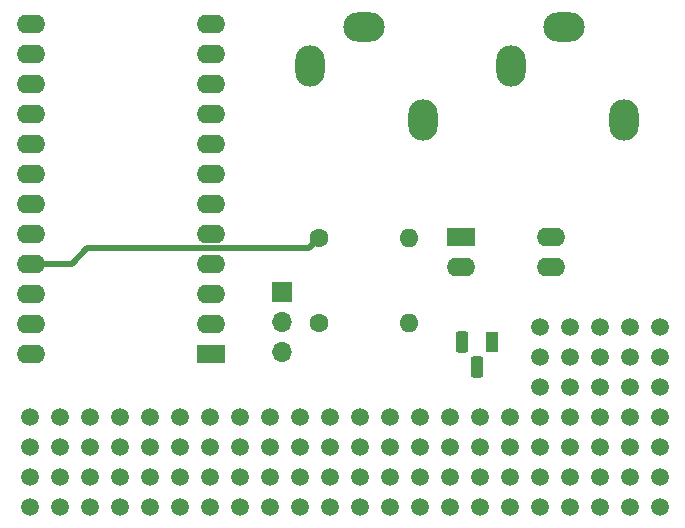
<source format=gbr>
%TF.GenerationSoftware,KiCad,Pcbnew,(6.0.2)*%
%TF.CreationDate,2022-03-17T13:29:54+09:00*%
%TF.ProjectId,KiCad,4b694361-642e-46b6-9963-61645f706362,rev?*%
%TF.SameCoordinates,Original*%
%TF.FileFunction,Copper,L1,Top*%
%TF.FilePolarity,Positive*%
%FSLAX46Y46*%
G04 Gerber Fmt 4.6, Leading zero omitted, Abs format (unit mm)*
G04 Created by KiCad (PCBNEW (6.0.2)) date 2022-03-17 13:29:54*
%MOMM*%
%LPD*%
G01*
G04 APERTURE LIST*
G04 Aperture macros list*
%AMRoundRect*
0 Rectangle with rounded corners*
0 $1 Rounding radius*
0 $2 $3 $4 $5 $6 $7 $8 $9 X,Y pos of 4 corners*
0 Add a 4 corners polygon primitive as box body*
4,1,4,$2,$3,$4,$5,$6,$7,$8,$9,$2,$3,0*
0 Add four circle primitives for the rounded corners*
1,1,$1+$1,$2,$3*
1,1,$1+$1,$4,$5*
1,1,$1+$1,$6,$7*
1,1,$1+$1,$8,$9*
0 Add four rect primitives between the rounded corners*
20,1,$1+$1,$2,$3,$4,$5,0*
20,1,$1+$1,$4,$5,$6,$7,0*
20,1,$1+$1,$6,$7,$8,$9,0*
20,1,$1+$1,$8,$9,$2,$3,0*%
G04 Aperture macros list end*
%TA.AperFunction,ComponentPad*%
%ADD10C,1.500000*%
%TD*%
%TA.AperFunction,ComponentPad*%
%ADD11C,1.600000*%
%TD*%
%TA.AperFunction,ComponentPad*%
%ADD12O,1.600000X1.600000*%
%TD*%
%TA.AperFunction,ComponentPad*%
%ADD13O,2.400000X1.600000*%
%TD*%
%TA.AperFunction,ComponentPad*%
%ADD14R,2.400000X1.600000*%
%TD*%
%TA.AperFunction,ComponentPad*%
%ADD15RoundRect,0.275000X0.275000X0.625000X-0.275000X0.625000X-0.275000X-0.625000X0.275000X-0.625000X0*%
%TD*%
%TA.AperFunction,ComponentPad*%
%ADD16R,1.100000X1.800000*%
%TD*%
%TA.AperFunction,ComponentPad*%
%ADD17R,1.700000X1.700000*%
%TD*%
%TA.AperFunction,ComponentPad*%
%ADD18O,1.700000X1.700000*%
%TD*%
%TA.AperFunction,ComponentPad*%
%ADD19O,2.500000X3.500000*%
%TD*%
%TA.AperFunction,ComponentPad*%
%ADD20O,3.500000X2.500000*%
%TD*%
%TA.AperFunction,Conductor*%
%ADD21C,0.500000*%
%TD*%
G04 APERTURE END LIST*
D10*
%TO.P,,1*%
%TO.N,N/C*%
X160020000Y-114300000D03*
%TD*%
%TO.P,,1*%
%TO.N,N/C*%
X162560000Y-114300000D03*
%TD*%
%TO.P,,1*%
%TO.N,N/C*%
X147320000Y-114300000D03*
%TD*%
%TO.P,,1*%
%TO.N,N/C*%
X152400000Y-114300000D03*
%TD*%
%TO.P,,1*%
%TO.N,N/C*%
X149860000Y-114300000D03*
%TD*%
%TO.P,,1*%
%TO.N,N/C*%
X144780000Y-114300000D03*
%TD*%
%TO.P,,1*%
%TO.N,N/C*%
X157480000Y-114300000D03*
%TD*%
%TO.P,,1*%
%TO.N,N/C*%
X154940000Y-114300000D03*
%TD*%
%TO.P,,1*%
%TO.N,N/C*%
X134620000Y-114300000D03*
%TD*%
%TO.P,,1*%
%TO.N,N/C*%
X142240000Y-114300000D03*
%TD*%
%TO.P,,1*%
%TO.N,N/C*%
X139700000Y-114300000D03*
%TD*%
%TO.P,,1*%
%TO.N,N/C*%
X137160000Y-114300000D03*
%TD*%
%TO.P,,1*%
%TO.N,N/C*%
X132080000Y-114300000D03*
%TD*%
%TO.P,,1*%
%TO.N,N/C*%
X129540000Y-114300000D03*
%TD*%
D11*
%TO.P,R2,1*%
%TO.N,Net-(JP1-Pad2)*%
X153990000Y-106400000D03*
D12*
%TO.P,R2,2*%
%TO.N,Net-(Q1-Pad3)*%
X161610000Y-106400000D03*
%TD*%
D13*
%TO.P,U2,24,GND*%
%TO.N,GND*%
X129545000Y-108975000D03*
%TO.P,U2,23,CBUS0*%
%TO.N,unconnected-(U2-Pad23)*%
X129545000Y-106435000D03*
%TO.P,U2,22,CBUS1*%
%TO.N,unconnected-(U2-Pad22)*%
X129545000Y-103895000D03*
%TO.P,U2,21,VCC*%
%TO.N,VCC*%
X129545000Y-101355000D03*
%TO.P,U2,20,RESET#*%
%TO.N,unconnected-(U2-Pad20)*%
X129545000Y-98815000D03*
%TO.P,U2,19,3V3*%
%TO.N,unconnected-(U2-Pad19)*%
X129545000Y-96275000D03*
%TO.P,U2,18,CBUS3*%
%TO.N,unconnected-(U2-Pad18)*%
X129545000Y-93735000D03*
%TO.P,U2,17,PU1*%
%TO.N,unconnected-(U2-Pad17)*%
X129545000Y-91195000D03*
%TO.P,U2,16,PU2*%
%TO.N,unconnected-(U2-Pad16)*%
X129545000Y-88655000D03*
%TO.P,U2,15,VCC*%
%TO.N,unconnected-(U2-Pad15)*%
X129545000Y-86115000D03*
%TO.P,U2,14,VBUS*%
%TO.N,unconnected-(U2-Pad14)*%
X129545000Y-83575000D03*
%TO.P,U2,13,SLD*%
%TO.N,unconnected-(U2-Pad13)*%
X129545000Y-81035000D03*
%TO.P,U2,12,CBUS2*%
%TO.N,unconnected-(U2-Pad12)*%
X144785000Y-81035000D03*
%TO.P,U2,11,CBUS4*%
%TO.N,unconnected-(U2-Pad11)*%
X144785000Y-83575000D03*
%TO.P,U2,10,CTS#*%
%TO.N,unconnected-(U2-Pad10)*%
X144785000Y-86115000D03*
%TO.P,U2,9,DCD#*%
%TO.N,unconnected-(U2-Pad9)*%
X144785000Y-88655000D03*
%TO.P,U2,8,DSR#*%
%TO.N,unconnected-(U2-Pad8)*%
X144785000Y-91195000D03*
%TO.P,U2,7,GND*%
%TO.N,GND*%
X144785000Y-93735000D03*
%TO.P,U2,6,RI#*%
%TO.N,unconnected-(U2-Pad6)*%
X144785000Y-96275000D03*
%TO.P,U2,5,RXD*%
%TO.N,unconnected-(U2-Pad5)*%
X144785000Y-98815000D03*
%TO.P,U2,4,VCCIO*%
%TO.N,unconnected-(U2-Pad4)*%
X144785000Y-101355000D03*
%TO.P,U2,3,RTS#*%
%TO.N,RTS*%
X144785000Y-103895000D03*
%TO.P,U2,2,DTR#*%
%TO.N,DTR*%
X144785000Y-106435000D03*
D14*
%TO.P,U2,1,TXD*%
%TO.N,unconnected-(U2-Pad1)*%
X144785000Y-108975000D03*
%TD*%
D10*
%TO.P,,1*%
%TO.N,N/C*%
X175260000Y-106680000D03*
%TD*%
%TO.P,,1*%
%TO.N,N/C*%
X180340000Y-106680000D03*
%TD*%
%TO.P,,1*%
%TO.N,N/C*%
X177800000Y-106680000D03*
%TD*%
%TO.P,,1*%
%TO.N,N/C*%
X172720000Y-106680000D03*
%TD*%
%TO.P,,1*%
%TO.N,N/C*%
X182880000Y-106680000D03*
%TD*%
%TO.P,,1*%
%TO.N,N/C*%
X182880000Y-109220000D03*
%TD*%
%TO.P,,1*%
%TO.N,N/C*%
X172720000Y-109220000D03*
%TD*%
%TO.P,,1*%
%TO.N,N/C*%
X177800000Y-109220000D03*
%TD*%
%TO.P,,1*%
%TO.N,N/C*%
X180340000Y-109220000D03*
%TD*%
%TO.P,,1*%
%TO.N,N/C*%
X175260000Y-109220000D03*
%TD*%
%TO.P,,1*%
%TO.N,N/C*%
X165100000Y-114300000D03*
%TD*%
%TO.P,,1*%
%TO.N,N/C*%
X182880000Y-114300000D03*
%TD*%
%TO.P,,1*%
%TO.N,N/C*%
X182880000Y-111760000D03*
%TD*%
%TO.P,,1*%
%TO.N,N/C*%
X182880000Y-119380000D03*
%TD*%
%TO.P,,1*%
%TO.N,N/C*%
X182880000Y-116840000D03*
%TD*%
%TO.P,,1*%
%TO.N,N/C*%
X182880000Y-121920000D03*
%TD*%
%TO.P,,1*%
%TO.N,N/C*%
X172720000Y-121920000D03*
%TD*%
%TO.P,,1*%
%TO.N,N/C*%
X175260000Y-121920000D03*
%TD*%
%TO.P,,1*%
%TO.N,N/C*%
X167640000Y-121920000D03*
%TD*%
%TO.P,,1*%
%TO.N,N/C*%
X180340000Y-121920000D03*
%TD*%
%TO.P,,1*%
%TO.N,N/C*%
X165100000Y-121920000D03*
%TD*%
%TO.P,,1*%
%TO.N,N/C*%
X162560000Y-121920000D03*
%TD*%
%TO.P,,1*%
%TO.N,N/C*%
X157480000Y-121920000D03*
%TD*%
%TO.P,,1*%
%TO.N,N/C*%
X170180000Y-121920000D03*
%TD*%
%TO.P,,1*%
%TO.N,N/C*%
X177800000Y-121920000D03*
%TD*%
%TO.P,,1*%
%TO.N,N/C*%
X147320000Y-121920000D03*
%TD*%
%TO.P,,1*%
%TO.N,N/C*%
X160020000Y-121920000D03*
%TD*%
%TO.P,,1*%
%TO.N,N/C*%
X149860000Y-121920000D03*
%TD*%
%TO.P,,1*%
%TO.N,N/C*%
X144780000Y-121920000D03*
%TD*%
%TO.P,,1*%
%TO.N,N/C*%
X139700000Y-121920000D03*
%TD*%
%TO.P,,1*%
%TO.N,N/C*%
X137160000Y-121920000D03*
%TD*%
%TO.P,,1*%
%TO.N,N/C*%
X134620000Y-121920000D03*
%TD*%
%TO.P,,1*%
%TO.N,N/C*%
X152400000Y-121920000D03*
%TD*%
%TO.P,,1*%
%TO.N,N/C*%
X132080000Y-121920000D03*
%TD*%
%TO.P,,1*%
%TO.N,N/C*%
X142240000Y-121920000D03*
%TD*%
%TO.P,,1*%
%TO.N,N/C*%
X154940000Y-121920000D03*
%TD*%
%TO.P,,1*%
%TO.N,N/C*%
X129540000Y-121920000D03*
%TD*%
%TO.P,,1*%
%TO.N,N/C*%
X129540000Y-119380000D03*
%TD*%
%TO.P,,1*%
%TO.N,N/C*%
X129540000Y-116840000D03*
%TD*%
%TO.P,,1*%
%TO.N,N/C*%
X172720000Y-114300000D03*
%TD*%
%TO.P,,1*%
%TO.N,N/C*%
X175260000Y-114300000D03*
%TD*%
%TO.P,,1*%
%TO.N,N/C*%
X172720000Y-111760000D03*
%TD*%
%TO.P,,1*%
%TO.N,N/C*%
X177800000Y-111760000D03*
%TD*%
%TO.P,,1*%
%TO.N,N/C*%
X167640000Y-114300000D03*
%TD*%
%TO.P,,1*%
%TO.N,N/C*%
X180340000Y-114300000D03*
%TD*%
%TO.P,,1*%
%TO.N,N/C*%
X175260000Y-111760000D03*
%TD*%
%TO.P,,1*%
%TO.N,N/C*%
X170180000Y-114300000D03*
%TD*%
%TO.P,,1*%
%TO.N,N/C*%
X177800000Y-114300000D03*
%TD*%
%TO.P,,1*%
%TO.N,N/C*%
X180340000Y-111760000D03*
%TD*%
%TO.P,,1*%
%TO.N,N/C*%
X172720000Y-119380000D03*
%TD*%
%TO.P,,1*%
%TO.N,N/C*%
X175260000Y-119380000D03*
%TD*%
%TO.P,,1*%
%TO.N,N/C*%
X170180000Y-119380000D03*
%TD*%
%TO.P,,1*%
%TO.N,N/C*%
X172720000Y-116840000D03*
%TD*%
%TO.P,,1*%
%TO.N,N/C*%
X177800000Y-116840000D03*
%TD*%
%TO.P,,1*%
%TO.N,N/C*%
X165100000Y-119380000D03*
%TD*%
%TO.P,,1*%
%TO.N,N/C*%
X162560000Y-119380000D03*
%TD*%
%TO.P,,1*%
%TO.N,N/C*%
X160020000Y-119380000D03*
%TD*%
%TO.P,,1*%
%TO.N,N/C*%
X175260000Y-116840000D03*
%TD*%
%TO.P,,1*%
%TO.N,N/C*%
X170180000Y-116840000D03*
%TD*%
%TO.P,,1*%
%TO.N,N/C*%
X177800000Y-119380000D03*
%TD*%
%TO.P,,1*%
%TO.N,N/C*%
X157480000Y-119380000D03*
%TD*%
%TO.P,,1*%
%TO.N,N/C*%
X167640000Y-119380000D03*
%TD*%
%TO.P,,1*%
%TO.N,N/C*%
X180340000Y-119380000D03*
%TD*%
%TO.P,,1*%
%TO.N,N/C*%
X180340000Y-116840000D03*
%TD*%
%TO.P,,1*%
%TO.N,N/C*%
X160020000Y-116840000D03*
%TD*%
%TO.P,,1*%
%TO.N,N/C*%
X167640000Y-116840000D03*
%TD*%
%TO.P,,1*%
%TO.N,N/C*%
X165100000Y-116840000D03*
%TD*%
%TO.P,,1*%
%TO.N,N/C*%
X162560000Y-116840000D03*
%TD*%
%TO.P,,1*%
%TO.N,N/C*%
X157480000Y-116840000D03*
%TD*%
%TO.P,,1*%
%TO.N,N/C*%
X152400000Y-119380000D03*
%TD*%
%TO.P,,1*%
%TO.N,N/C*%
X149860000Y-119380000D03*
%TD*%
%TO.P,,1*%
%TO.N,N/C*%
X147320000Y-119380000D03*
%TD*%
%TO.P,,1*%
%TO.N,N/C*%
X144780000Y-119380000D03*
%TD*%
%TO.P,,1*%
%TO.N,N/C*%
X154940000Y-119380000D03*
%TD*%
%TO.P,,1*%
%TO.N,N/C*%
X147320000Y-116840000D03*
%TD*%
%TO.P,,1*%
%TO.N,N/C*%
X154940000Y-116840000D03*
%TD*%
%TO.P,,1*%
%TO.N,N/C*%
X152400000Y-116840000D03*
%TD*%
%TO.P,,1*%
%TO.N,N/C*%
X149860000Y-116840000D03*
%TD*%
%TO.P,,1*%
%TO.N,N/C*%
X144780000Y-116840000D03*
%TD*%
%TO.P,,1*%
%TO.N,N/C*%
X134620000Y-119380000D03*
%TD*%
%TO.P,,1*%
%TO.N,N/C*%
X142240000Y-119380000D03*
%TD*%
%TO.P,,1*%
%TO.N,N/C*%
X139700000Y-119380000D03*
%TD*%
%TO.P,,1*%
%TO.N,N/C*%
X137160000Y-119380000D03*
%TD*%
%TO.P,,1*%
%TO.N,N/C*%
X132080000Y-119380000D03*
%TD*%
%TO.P,,1*%
%TO.N,N/C*%
X142240000Y-116840000D03*
%TD*%
%TO.P,,1*%
%TO.N,N/C*%
X139700000Y-116840000D03*
%TD*%
%TO.P,,1*%
%TO.N,N/C*%
X137160000Y-116840000D03*
%TD*%
%TO.P,,1*%
%TO.N,N/C*%
X134620000Y-116840000D03*
%TD*%
%TO.P,,1*%
%TO.N,N/C*%
X132080000Y-116840000D03*
%TD*%
D15*
%TO.P,Q1,3,B*%
%TO.N,Net-(Q1-Pad3)*%
X166060000Y-108000000D03*
%TO.P,Q1,2,C*%
%TO.N,GND*%
X167330000Y-110070000D03*
D16*
%TO.P,Q1,1,E*%
%TO.N,Net-(Q1-Pad1)*%
X168600000Y-108000000D03*
%TD*%
D13*
%TO.P,U1,4*%
%TO.N,Net-(J1-PadT)*%
X173620000Y-99125000D03*
%TO.P,U1,3*%
%TO.N,Net-(J1-PadS)*%
X173620000Y-101665000D03*
%TO.P,U1,2*%
%TO.N,Net-(Q1-Pad1)*%
X166000000Y-101665000D03*
D14*
%TO.P,U1,1*%
%TO.N,Net-(R1-Pad2)*%
X166000000Y-99125000D03*
%TD*%
D12*
%TO.P,R1,2*%
%TO.N,Net-(R1-Pad2)*%
X161610000Y-99200000D03*
D11*
%TO.P,R1,1*%
%TO.N,VCC*%
X153990000Y-99200000D03*
%TD*%
D17*
%TO.P,JP1,1,A*%
%TO.N,RTS*%
X150800000Y-103775000D03*
D18*
%TO.P,JP1,2,C*%
%TO.N,Net-(JP1-Pad2)*%
X150800000Y-106315000D03*
%TO.P,JP1,3,B*%
%TO.N,DTR*%
X150800000Y-108855000D03*
%TD*%
D19*
%TO.P,J2,R*%
%TO.N,Net-(J1-PadR)*%
X179800000Y-89150000D03*
D20*
%TO.P,J2,S*%
%TO.N,Net-(J1-PadS)*%
X174750000Y-81350000D03*
D19*
%TO.P,J2,T*%
%TO.N,Net-(J1-PadT)*%
X170200000Y-84650000D03*
%TD*%
%TO.P,J1,R*%
%TO.N,Net-(J1-PadR)*%
X162800000Y-89150000D03*
D20*
%TO.P,J1,S*%
%TO.N,Net-(J1-PadS)*%
X157750000Y-81350000D03*
D19*
%TO.P,J1,T*%
%TO.N,Net-(J1-PadT)*%
X153200000Y-84650000D03*
%TD*%
D21*
%TO.N,VCC*%
X133045000Y-101355000D02*
X130385000Y-101355000D01*
X134335480Y-100064520D02*
X133045000Y-101355000D01*
X153125480Y-100064520D02*
X134335480Y-100064520D01*
X153990000Y-99200000D02*
X153125480Y-100064520D01*
%TD*%
M02*

</source>
